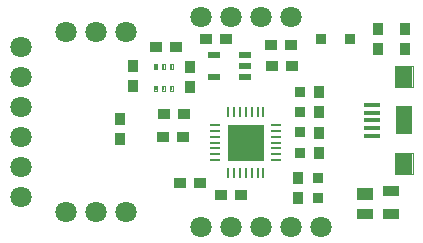
<source format=gtp>
%TF.GenerationSoftware,KiCad,Pcbnew,4.0.6*%
%TF.CreationDate,2017-10-08T18:55:20-04:00*%
%TF.ProjectId,USB-UART,5553422D554152542E6B696361645F70,rev?*%
%TF.FileFunction,Paste,Top*%
%FSLAX46Y46*%
G04 Gerber Fmt 4.6, Leading zero omitted, Abs format (unit mm)*
G04 Created by KiCad (PCBNEW 4.0.6) date 10/08/17 18:55:20*
%MOMM*%
%LPD*%
G01*
G04 APERTURE LIST*
%ADD10C,0.127000*%
%ADD11C,0.066040*%
%ADD12R,1.019820X0.918220*%
%ADD13R,0.918220X1.019820*%
%ADD14R,0.920000X0.920000*%
%ADD15R,0.918220X0.918220*%
%ADD16C,1.799600*%
%ADD17R,1.367800X0.318780*%
%ADD18R,1.418600X1.718320*%
%ADD19R,1.418600X2.419360*%
%ADD20R,0.819160X0.174000*%
%ADD21R,0.174000X0.819160*%
%ADD22R,3.018800X3.018800*%
%ADD23R,1.118880X0.468640*%
%ADD24R,1.357640X1.118880*%
%ADD25R,1.357640X0.918220*%
%ADD26R,0.219720X0.417840*%
G04 APERTURE END LIST*
D10*
D11*
X172890180Y-110619540D02*
X171391580Y-110619540D01*
X171391580Y-110619540D02*
X171391580Y-112417860D01*
X172890180Y-112417860D02*
X171391580Y-112417860D01*
X172890180Y-110619540D02*
X172890180Y-112417860D01*
X172488860Y-107086400D02*
X171792900Y-107086400D01*
X171792900Y-107086400D02*
X171792900Y-108585000D01*
X172488860Y-108585000D02*
X171792900Y-108585000D01*
X172488860Y-107086400D02*
X172488860Y-108585000D01*
X172890180Y-103253540D02*
X171391580Y-103253540D01*
X171391580Y-103253540D02*
X171391580Y-105051860D01*
X172890180Y-105051860D02*
X171391580Y-105051860D01*
X172890180Y-103253540D02*
X172890180Y-105051860D01*
X157251400Y-109479080D02*
X158501080Y-109479080D01*
X158501080Y-109479080D02*
X158501080Y-108229400D01*
X157251400Y-108229400D02*
X158501080Y-108229400D01*
X157251400Y-109479080D02*
X157251400Y-108229400D01*
X158998920Y-109479080D02*
X160248600Y-109479080D01*
X160248600Y-109479080D02*
X160248600Y-108229400D01*
X158998920Y-108229400D02*
X160248600Y-108229400D01*
X158998920Y-109479080D02*
X158998920Y-108229400D01*
X157251400Y-111226600D02*
X158501080Y-111226600D01*
X158501080Y-111226600D02*
X158501080Y-109976920D01*
X157251400Y-109976920D02*
X158501080Y-109976920D01*
X157251400Y-111226600D02*
X157251400Y-109976920D01*
X158998920Y-111226600D02*
X160248600Y-111226600D01*
X160248600Y-111226600D02*
X160248600Y-109976920D01*
X158998920Y-109976920D02*
X160248600Y-109976920D01*
X158998920Y-111226600D02*
X158998920Y-109976920D01*
X152303120Y-103062830D02*
X152303120Y-103512410D01*
X152303120Y-103512410D02*
X152554580Y-103512410D01*
X152554580Y-103062830D02*
X152554580Y-103512410D01*
X152303120Y-103062830D02*
X152554580Y-103062830D01*
X151655420Y-103062830D02*
X151655420Y-103512410D01*
X151655420Y-103512410D02*
X151904340Y-103512410D01*
X151904340Y-103062830D02*
X151904340Y-103512410D01*
X151655420Y-103062830D02*
X151904340Y-103062830D01*
X151005180Y-103062830D02*
X151005180Y-103512410D01*
X151005180Y-103512410D02*
X151256640Y-103512410D01*
X151256640Y-103062830D02*
X151256640Y-103512410D01*
X151005180Y-103062830D02*
X151256640Y-103062830D01*
X151005180Y-104909410D02*
X151005180Y-105358990D01*
X151005180Y-105358990D02*
X151256640Y-105358990D01*
X151256640Y-104909410D02*
X151256640Y-105358990D01*
X151005180Y-104909410D02*
X151256640Y-104909410D01*
X151655420Y-104909410D02*
X151655420Y-105358990D01*
X151655420Y-105358990D02*
X151904340Y-105358990D01*
X151904340Y-104909410D02*
X151904340Y-105358990D01*
X151655420Y-104909410D02*
X151904340Y-104909410D01*
X152303120Y-104909410D02*
X152303120Y-105358990D01*
X152303120Y-105358990D02*
X152554580Y-105358990D01*
X152554580Y-104909410D02*
X152554580Y-105358990D01*
X152303120Y-104909410D02*
X152554580Y-104909410D01*
D12*
X160949640Y-103251000D03*
X162646360Y-103251000D03*
X157058360Y-100965000D03*
X155361640Y-100965000D03*
X151805640Y-107315000D03*
X153502360Y-107315000D03*
X151765000Y-109220000D03*
X153461720Y-109220000D03*
D13*
X172212000Y-100116640D03*
X172212000Y-101813360D03*
D14*
X165100000Y-100965000D03*
X167600000Y-100965000D03*
D15*
X164831032Y-114455746D03*
X164831032Y-112703146D03*
X163309300Y-105410000D03*
X163309300Y-107162600D03*
X163309300Y-108851700D03*
X163309300Y-110604300D03*
D16*
X139700000Y-101600000D03*
X139700000Y-104140000D03*
X139700000Y-106680000D03*
X139700000Y-109220000D03*
X139700000Y-111760000D03*
X139700000Y-114300000D03*
X154940000Y-99060000D03*
X157480000Y-99060000D03*
X160020000Y-99060000D03*
X162560000Y-99060000D03*
D17*
X169418000Y-107835700D03*
X169418000Y-108483400D03*
X169418000Y-106537760D03*
X169418000Y-107188000D03*
D18*
X172140880Y-111518700D03*
X172140880Y-104152700D03*
D19*
X172140880Y-107835700D03*
D17*
X169418000Y-109133640D03*
D16*
X143510000Y-100330000D03*
X146050000Y-100330000D03*
X148590000Y-100330000D03*
D12*
X160909000Y-101473000D03*
X162605720Y-101473000D03*
D13*
X169926000Y-100116640D03*
X169926000Y-101813360D03*
D12*
X153202640Y-113157000D03*
X154899360Y-113157000D03*
D13*
X163167332Y-112731086D03*
X163167332Y-114427806D03*
D12*
X158328360Y-114173000D03*
X156631640Y-114173000D03*
D13*
X164973000Y-107106720D03*
X164973000Y-105410000D03*
X164973000Y-110576360D03*
X164973000Y-108879640D03*
D20*
X156161740Y-108229400D03*
X156161740Y-108729780D03*
X156161740Y-109230160D03*
X156161740Y-109728000D03*
X156161740Y-110225840D03*
X156161740Y-110726220D03*
X156161740Y-111226600D03*
D21*
X157251400Y-112316260D03*
X157751780Y-112316260D03*
X158252160Y-112316260D03*
X158750000Y-112316260D03*
X159247840Y-112316260D03*
X159748220Y-112316260D03*
X160248600Y-112316260D03*
D20*
X161338260Y-111226600D03*
X161338260Y-110726220D03*
X161338260Y-110225840D03*
X161338260Y-109728000D03*
X161338260Y-109230160D03*
X161338260Y-108729780D03*
X161338260Y-108229400D03*
D21*
X160248600Y-107139740D03*
X159748220Y-107139740D03*
X159247840Y-107139740D03*
X158750000Y-107139740D03*
X158252160Y-107139740D03*
X157751780Y-107139740D03*
X157251400Y-107139740D03*
D22*
X158750000Y-109728000D03*
D23*
X158650940Y-104200960D03*
X158650940Y-103251000D03*
X158650940Y-102301040D03*
X156055060Y-102301040D03*
X156055060Y-104200960D03*
D24*
X168826180Y-114058700D03*
D25*
X168826180Y-115757960D03*
X171025820Y-115757960D03*
X171025820Y-113858040D03*
D16*
X143510000Y-115570000D03*
X146050000Y-115570000D03*
X148590000Y-115570000D03*
D13*
X154051000Y-103362550D03*
X154051000Y-105059270D03*
X149225000Y-103235550D03*
X149225000Y-104932270D03*
D12*
X152882240Y-101670910D03*
X151185520Y-101670910D03*
D13*
X148082000Y-107696000D03*
X148082000Y-109392720D03*
D26*
X152427580Y-103286350D03*
X151779880Y-103286350D03*
X151132180Y-103286350D03*
X151132180Y-105135470D03*
X151779880Y-105135470D03*
X152427580Y-105135470D03*
D16*
X154940000Y-116840000D03*
X157480000Y-116840000D03*
X160020000Y-116840000D03*
X162560000Y-116840000D03*
X165100000Y-116840000D03*
M02*

</source>
